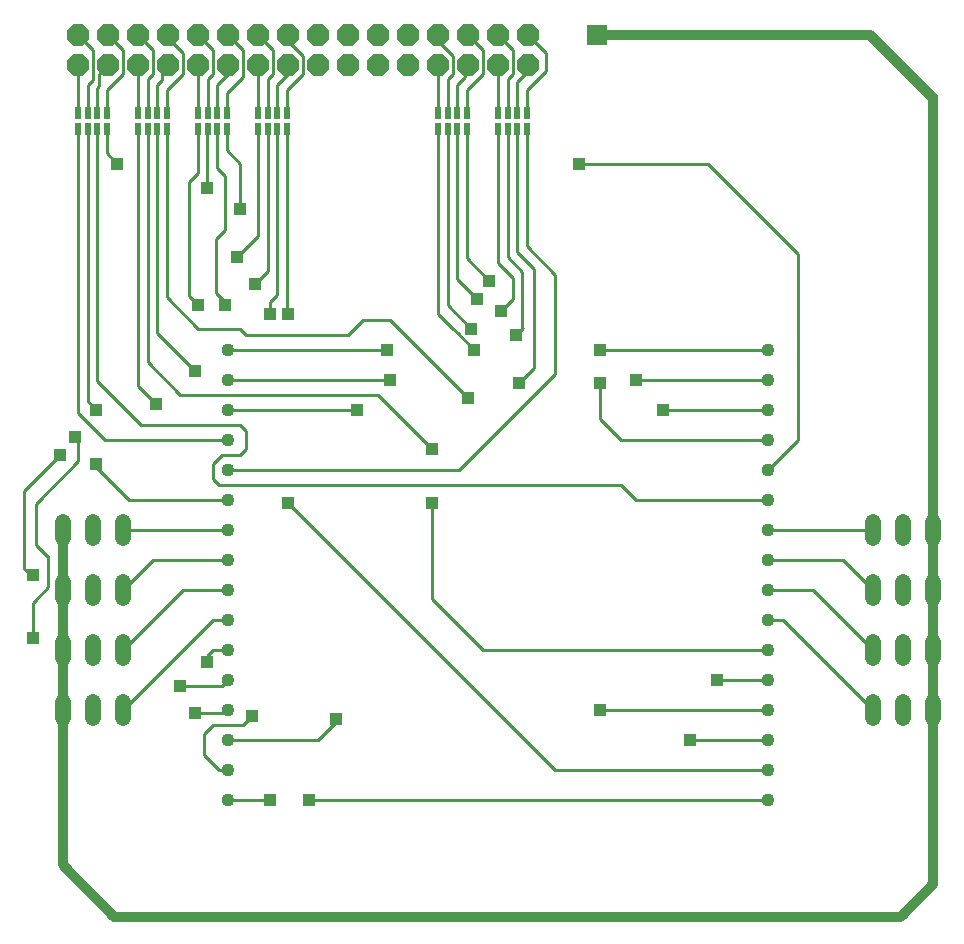
<source format=gbl>
G75*
%MOIN*%
%OFA0B0*%
%FSLAX24Y24*%
%IPPOS*%
%LPD*%
%AMOC8*
5,1,8,0,0,1.08239X$1,22.5*
%
%ADD10C,0.0436*%
%ADD11C,0.0520*%
%ADD12OC8,0.0740*%
%ADD13R,0.0197X0.0394*%
%ADD14C,0.0100*%
%ADD15C,0.0320*%
%ADD16R,0.0650X0.0650*%
%ADD17R,0.0396X0.0396*%
D10*
X007600Y005100D03*
X007600Y006100D03*
X007600Y007100D03*
X007600Y008100D03*
X007600Y009100D03*
X007600Y010100D03*
X007600Y011100D03*
X007600Y012100D03*
X007600Y013100D03*
X007600Y014100D03*
X007600Y015100D03*
X007600Y016100D03*
X007600Y017100D03*
X007600Y018100D03*
X007600Y019100D03*
X007600Y020100D03*
X025600Y020100D03*
X025600Y019100D03*
X025600Y018100D03*
X025600Y017100D03*
X025600Y016100D03*
X025600Y015100D03*
X025600Y014100D03*
X025600Y013100D03*
X025600Y012100D03*
X025600Y011100D03*
X025600Y010100D03*
X025600Y009100D03*
X025600Y008100D03*
X025600Y007100D03*
X025600Y006100D03*
X025600Y005100D03*
D11*
X029100Y007840D02*
X029100Y008360D01*
X030100Y008360D02*
X030100Y007840D01*
X031100Y007840D02*
X031100Y008360D01*
X031100Y009840D02*
X031100Y010360D01*
X030100Y010360D02*
X030100Y009840D01*
X029100Y009840D02*
X029100Y010360D01*
X029100Y011840D02*
X029100Y012360D01*
X030100Y012360D02*
X030100Y011840D01*
X031100Y011840D02*
X031100Y012360D01*
X031100Y013840D02*
X031100Y014360D01*
X030100Y014360D02*
X030100Y013840D01*
X029100Y013840D02*
X029100Y014360D01*
X004100Y014360D02*
X004100Y013840D01*
X003100Y013840D02*
X003100Y014360D01*
X002100Y014360D02*
X002100Y013840D01*
X002100Y012360D02*
X002100Y011840D01*
X003100Y011840D02*
X003100Y012360D01*
X004100Y012360D02*
X004100Y011840D01*
X004100Y010360D02*
X004100Y009840D01*
X003100Y009840D02*
X003100Y010360D01*
X002100Y010360D02*
X002100Y009840D01*
X002100Y008360D02*
X002100Y007840D01*
X003100Y007840D02*
X003100Y008360D01*
X004100Y008360D02*
X004100Y007840D01*
D12*
X003600Y029600D03*
X003600Y030600D03*
X002600Y030600D03*
X002600Y029600D03*
X004600Y029600D03*
X004600Y030600D03*
X005600Y030600D03*
X005600Y029600D03*
X006600Y029600D03*
X006600Y030600D03*
X007600Y030600D03*
X007600Y029600D03*
X008600Y029600D03*
X008600Y030600D03*
X009600Y030600D03*
X009600Y029600D03*
X010600Y029600D03*
X010600Y030600D03*
X011600Y030600D03*
X011600Y029600D03*
X012600Y029600D03*
X012600Y030600D03*
X013600Y030600D03*
X013600Y029600D03*
X014600Y029600D03*
X014600Y030600D03*
X015600Y030600D03*
X015600Y029600D03*
X016600Y029600D03*
X016600Y030600D03*
X017600Y030600D03*
X017600Y029600D03*
D13*
X017545Y028000D03*
X017230Y028000D03*
X016915Y028000D03*
X016600Y028000D03*
X016600Y027449D03*
X016915Y027449D03*
X017230Y027449D03*
X017545Y027449D03*
X015545Y027449D03*
X015230Y027449D03*
X014915Y027449D03*
X014600Y027449D03*
X014600Y028000D03*
X014915Y028000D03*
X015230Y028000D03*
X015545Y028000D03*
X009545Y028000D03*
X009230Y028000D03*
X008915Y028000D03*
X008600Y028000D03*
X008600Y027449D03*
X008915Y027449D03*
X009230Y027449D03*
X009545Y027449D03*
X007545Y027449D03*
X007230Y027449D03*
X006915Y027449D03*
X006600Y027449D03*
X006600Y028000D03*
X006915Y028000D03*
X007230Y028000D03*
X007545Y028000D03*
X005545Y028000D03*
X005230Y028000D03*
X004915Y028000D03*
X004600Y028000D03*
X004600Y027449D03*
X004915Y027449D03*
X005230Y027449D03*
X005545Y027449D03*
X003545Y027449D03*
X003230Y027449D03*
X002915Y027449D03*
X002600Y027449D03*
X002600Y028000D03*
X002915Y028000D03*
X003230Y028000D03*
X003545Y028000D03*
D14*
X003545Y028151D02*
X003545Y028745D01*
X004100Y029300D01*
X004100Y030100D01*
X003600Y030600D01*
X003100Y030100D02*
X003100Y029100D01*
X002915Y028915D01*
X002915Y028151D01*
X003230Y028151D02*
X003230Y028830D01*
X003300Y028900D01*
X003300Y029300D01*
X003600Y029600D01*
X003100Y030100D02*
X002600Y030600D01*
X002600Y029600D02*
X002600Y028151D01*
X002600Y027449D02*
X002600Y018000D01*
X003500Y017100D01*
X007600Y017100D01*
X008000Y017600D02*
X008200Y017400D01*
X008200Y016800D01*
X008000Y016600D01*
X007400Y016600D01*
X007100Y016300D01*
X007100Y015800D01*
X007300Y015600D01*
X020700Y015600D01*
X021200Y015100D01*
X025600Y015100D01*
X025600Y014100D02*
X029100Y014100D01*
X028100Y013100D02*
X029100Y012100D01*
X028100Y013100D02*
X025600Y013100D01*
X025600Y012100D02*
X027100Y012100D01*
X029100Y010100D01*
X029100Y008100D02*
X026100Y011100D01*
X025600Y011100D01*
X025600Y010100D02*
X016100Y010100D01*
X014400Y011800D01*
X014400Y015000D01*
X015300Y016100D02*
X007600Y016100D01*
X007600Y015100D02*
X004300Y015100D01*
X003200Y016200D01*
X003200Y016300D01*
X002600Y016400D02*
X001237Y015037D01*
X001200Y014948D02*
X001200Y013600D01*
X001563Y013237D01*
X001600Y013148D02*
X001600Y012200D01*
X001137Y011737D01*
X001100Y011648D02*
X001100Y010500D01*
X001100Y011648D02*
X001102Y011668D01*
X001106Y011687D01*
X001114Y011705D01*
X001124Y011721D01*
X001137Y011736D01*
X001100Y012600D02*
X000800Y012806D01*
X000800Y015400D01*
X002000Y016600D01*
X002600Y016400D02*
X002600Y017048D01*
X002563Y017137D02*
X002500Y017200D01*
X002563Y017136D02*
X002576Y017121D01*
X002586Y017105D01*
X002594Y017087D01*
X002598Y017068D01*
X002600Y017048D01*
X003200Y018100D02*
X002915Y018385D01*
X002915Y027449D01*
X003230Y027449D02*
X003230Y019070D01*
X004700Y017600D01*
X008000Y017600D01*
X007600Y018100D02*
X011900Y018100D01*
X012600Y018600D02*
X014400Y016800D01*
X015300Y016100D02*
X018500Y019300D01*
X018500Y022600D01*
X017545Y023555D01*
X017545Y027449D01*
X017230Y027449D02*
X017230Y023370D01*
X017800Y022800D01*
X017800Y019500D01*
X017300Y019000D01*
X015800Y020100D02*
X015250Y020650D01*
X015100Y020800D01*
X014600Y021300D01*
X014600Y027449D01*
X014915Y027449D02*
X014915Y021585D01*
X015700Y020800D01*
X015900Y021800D02*
X015230Y022470D01*
X015230Y027449D01*
X015545Y027449D02*
X015545Y023155D01*
X016300Y022400D01*
X016600Y023000D02*
X017100Y022500D01*
X017100Y021800D01*
X016700Y021400D01*
X015900Y021800D02*
X015730Y021970D01*
X016600Y023000D02*
X016600Y027449D01*
X016915Y027449D02*
X016915Y023185D01*
X017400Y022700D01*
X017400Y020830D01*
X017415Y020815D01*
X017200Y020600D01*
X015600Y018500D02*
X013000Y021100D01*
X012100Y021100D01*
X011600Y020600D01*
X008200Y020600D01*
X008000Y020800D01*
X006600Y020800D01*
X005545Y021855D01*
X005545Y027449D01*
X005230Y027449D02*
X005230Y020670D01*
X006500Y019400D01*
X006000Y018600D02*
X012600Y018600D01*
X013000Y019100D02*
X007600Y019100D01*
X007600Y020100D02*
X012900Y020100D01*
X009600Y021300D02*
X009545Y021355D01*
X009545Y027449D01*
X009230Y027449D02*
X009230Y021930D01*
X009000Y021700D01*
X009000Y021300D01*
X008500Y022300D02*
X008915Y022715D01*
X008915Y027449D01*
X008600Y027449D02*
X008600Y023900D01*
X007900Y023200D01*
X007200Y023800D02*
X007200Y022000D01*
X007500Y021700D01*
X007500Y021600D01*
X006600Y021600D02*
X006300Y021900D01*
X006300Y025700D01*
X006600Y026000D01*
X006600Y027449D01*
X006900Y027434D02*
X006915Y027449D01*
X006900Y027434D02*
X006900Y025500D01*
X007500Y025900D02*
X007230Y026170D01*
X007230Y027449D01*
X007545Y027449D02*
X007545Y026755D01*
X008000Y026300D01*
X008000Y024800D01*
X007500Y024100D02*
X007200Y023800D01*
X007500Y024100D02*
X007500Y025900D01*
X007545Y028151D02*
X007545Y028645D01*
X008100Y029200D01*
X008100Y030100D01*
X007600Y030600D01*
X007100Y030100D02*
X006600Y030600D01*
X007100Y030100D02*
X007100Y029300D01*
X006915Y029115D01*
X006915Y028151D01*
X007230Y028151D02*
X007230Y028930D01*
X007600Y029300D01*
X007600Y029600D01*
X006600Y029600D02*
X006600Y028151D01*
X005545Y028151D02*
X005545Y028745D01*
X006100Y029300D01*
X006100Y030000D01*
X005600Y030500D01*
X005600Y030600D01*
X005100Y030100D02*
X005100Y029300D01*
X004915Y029115D01*
X004915Y028151D01*
X005230Y028151D02*
X005230Y028930D01*
X005400Y029100D01*
X005400Y029400D01*
X005600Y029600D01*
X005100Y030100D02*
X004600Y030600D01*
X004600Y029600D02*
X004600Y028151D01*
X004600Y027449D02*
X004600Y018900D01*
X005200Y018300D01*
X006000Y018600D02*
X004915Y019685D01*
X004915Y027449D01*
X003545Y027449D02*
X003545Y026655D01*
X003900Y026300D01*
X008600Y028151D02*
X008600Y029600D01*
X008915Y029115D02*
X009100Y029300D01*
X009100Y030100D01*
X008600Y030600D01*
X009600Y030600D02*
X009600Y030400D01*
X010100Y029900D01*
X010100Y029300D01*
X009545Y028745D01*
X009545Y028151D01*
X009230Y028151D02*
X009230Y028930D01*
X009600Y029300D01*
X009600Y029600D01*
X008915Y029115D02*
X008915Y028151D01*
X014600Y028151D02*
X014600Y029600D01*
X014915Y029115D02*
X015100Y029300D01*
X015100Y029900D01*
X014600Y030400D01*
X014600Y030600D01*
X015600Y030600D02*
X016100Y030100D01*
X016100Y029300D01*
X015545Y028745D01*
X015545Y028151D01*
X015230Y028151D02*
X015230Y028930D01*
X015500Y029200D01*
X015500Y029500D01*
X015600Y029600D01*
X014915Y029115D02*
X014915Y028151D01*
X016600Y028151D02*
X016600Y029600D01*
X016915Y029115D02*
X017100Y029300D01*
X017100Y030100D01*
X016600Y030600D01*
X017600Y030600D02*
X018200Y030000D01*
X018200Y029400D01*
X017545Y028745D01*
X017545Y028151D01*
X017230Y028151D02*
X017230Y029030D01*
X017600Y029400D01*
X017600Y029600D01*
X016915Y029115D02*
X016915Y028151D01*
X019300Y026300D02*
X023600Y026300D01*
X026600Y023300D01*
X026600Y017100D01*
X025600Y016100D01*
X025600Y017100D02*
X020700Y017100D01*
X020000Y017800D01*
X020000Y019000D01*
X020000Y020100D02*
X025600Y020100D01*
X025600Y019100D02*
X021200Y019100D01*
X022100Y018100D02*
X025600Y018100D01*
X025600Y009100D02*
X023900Y009100D01*
X025600Y008100D02*
X020000Y008100D01*
X018500Y006100D02*
X025600Y006100D01*
X025600Y005100D02*
X010300Y005100D01*
X009000Y005100D02*
X007600Y005100D01*
X007600Y006100D02*
X007300Y006100D01*
X006800Y006600D01*
X006800Y007300D01*
X007100Y007600D01*
X008100Y007600D01*
X008400Y007900D01*
X007600Y008100D02*
X007500Y008000D01*
X006500Y008000D01*
X006000Y008900D02*
X007400Y008900D01*
X007600Y009100D01*
X006900Y009700D02*
X006900Y009900D01*
X007100Y010100D01*
X007600Y010100D01*
X007600Y011100D02*
X007100Y011100D01*
X004100Y008100D01*
X004100Y010100D02*
X006100Y012100D01*
X007600Y012100D01*
X007600Y013100D02*
X005100Y013100D01*
X004100Y012100D01*
X004100Y014100D02*
X007600Y014100D01*
X009600Y015000D02*
X018500Y006100D01*
X023000Y007100D02*
X025600Y007100D01*
X011200Y007700D02*
X010600Y007100D01*
X007600Y007100D01*
X011200Y007700D02*
X011200Y007800D01*
X001600Y013148D02*
X001598Y013168D01*
X001594Y013187D01*
X001586Y013205D01*
X001576Y013221D01*
X001563Y013236D01*
X001200Y014948D02*
X001202Y014968D01*
X001206Y014987D01*
X001214Y015005D01*
X001224Y015021D01*
X001237Y015036D01*
D15*
X002137Y002863D02*
X003800Y001200D01*
X029948Y001200D01*
X030037Y001237D02*
X031100Y002300D01*
X031100Y008100D01*
X031100Y010100D01*
X031100Y012100D01*
X031100Y014100D01*
X031100Y028448D01*
X031063Y028537D02*
X029000Y030600D01*
X019900Y030600D01*
X031063Y028536D02*
X031076Y028521D01*
X031086Y028505D01*
X031094Y028487D01*
X031098Y028468D01*
X031100Y028448D01*
X030036Y001237D02*
X030021Y001224D01*
X030005Y001214D01*
X029987Y001206D01*
X029968Y001202D01*
X029948Y001200D01*
X002137Y002864D02*
X002124Y002879D01*
X002114Y002895D01*
X002106Y002913D01*
X002102Y002932D01*
X002100Y002952D01*
X002100Y008100D01*
X002100Y010100D01*
X002100Y012100D01*
X002100Y014100D01*
D16*
X019900Y030600D03*
D17*
X019300Y026300D03*
X016300Y022400D03*
X015900Y021800D03*
X016700Y021400D03*
X017200Y020600D03*
X015800Y020100D03*
X015700Y020800D03*
X017300Y019000D03*
X015600Y018500D03*
X014400Y016800D03*
X014400Y015000D03*
X011900Y018100D03*
X013000Y019100D03*
X012900Y020100D03*
X009600Y021300D03*
X009000Y021300D03*
X008500Y022300D03*
X007900Y023200D03*
X008000Y024800D03*
X006900Y025500D03*
X003900Y026300D03*
X006600Y021600D03*
X007500Y021600D03*
X006500Y019400D03*
X005200Y018300D03*
X003200Y018100D03*
X002500Y017200D03*
X002000Y016600D03*
X003200Y016300D03*
X001100Y012600D03*
X001100Y010500D03*
X006000Y008900D03*
X006500Y008000D03*
X006900Y009700D03*
X008400Y007900D03*
X011200Y007800D03*
X010300Y005100D03*
X009000Y005100D03*
X009600Y015000D03*
X020000Y019000D03*
X020000Y020100D03*
X021200Y019100D03*
X022100Y018100D03*
X023900Y009100D03*
X023000Y007100D03*
X020000Y008100D03*
M02*

</source>
